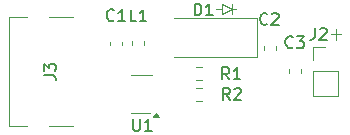
<source format=gbr>
%TF.GenerationSoftware,KiCad,Pcbnew,8.0.8*%
%TF.CreationDate,2025-02-05T16:41:29+08:00*%
%TF.ProjectId,5V24VBoostUp(USBC),35563234-5642-46f6-9f73-745570285553,rev?*%
%TF.SameCoordinates,Original*%
%TF.FileFunction,Legend,Top*%
%TF.FilePolarity,Positive*%
%FSLAX46Y46*%
G04 Gerber Fmt 4.6, Leading zero omitted, Abs format (unit mm)*
G04 Created by KiCad (PCBNEW 8.0.8) date 2025-02-05 16:41:29*
%MOMM*%
%LPD*%
G01*
G04 APERTURE LIST*
%ADD10C,0.100000*%
%ADD11C,0.150000*%
%ADD12C,0.120000*%
G04 APERTURE END LIST*
D10*
X127381000Y-88290400D02*
X128244600Y-87909400D01*
X127381000Y-87477600D02*
X127381000Y-88290400D01*
X137080625Y-89547700D02*
X137080625Y-90487500D01*
X136652000Y-90017600D02*
X137509250Y-90017600D01*
X128244600Y-87452200D02*
X128244600Y-87909400D01*
X128244600Y-88315800D02*
X128244600Y-87909400D01*
X128244600Y-87909400D02*
X127381000Y-87477600D01*
X127381000Y-87884000D02*
X126923800Y-87884000D01*
X128244600Y-87909400D02*
X128600200Y-87909400D01*
D11*
X119888095Y-97194019D02*
X119888095Y-98003542D01*
X119888095Y-98003542D02*
X119935714Y-98098780D01*
X119935714Y-98098780D02*
X119983333Y-98146400D01*
X119983333Y-98146400D02*
X120078571Y-98194019D01*
X120078571Y-98194019D02*
X120269047Y-98194019D01*
X120269047Y-98194019D02*
X120364285Y-98146400D01*
X120364285Y-98146400D02*
X120411904Y-98098780D01*
X120411904Y-98098780D02*
X120459523Y-98003542D01*
X120459523Y-98003542D02*
X120459523Y-97194019D01*
X121459523Y-98194019D02*
X120888095Y-98194019D01*
X121173809Y-98194019D02*
X121173809Y-97194019D01*
X121173809Y-97194019D02*
X121078571Y-97336876D01*
X121078571Y-97336876D02*
X120983333Y-97432114D01*
X120983333Y-97432114D02*
X120888095Y-97479733D01*
X128027133Y-93825219D02*
X127693800Y-93349028D01*
X127455705Y-93825219D02*
X127455705Y-92825219D01*
X127455705Y-92825219D02*
X127836657Y-92825219D01*
X127836657Y-92825219D02*
X127931895Y-92872838D01*
X127931895Y-92872838D02*
X127979514Y-92920457D01*
X127979514Y-92920457D02*
X128027133Y-93015695D01*
X128027133Y-93015695D02*
X128027133Y-93158552D01*
X128027133Y-93158552D02*
X127979514Y-93253790D01*
X127979514Y-93253790D02*
X127931895Y-93301409D01*
X127931895Y-93301409D02*
X127836657Y-93349028D01*
X127836657Y-93349028D02*
X127455705Y-93349028D01*
X128979514Y-93825219D02*
X128408086Y-93825219D01*
X128693800Y-93825219D02*
X128693800Y-92825219D01*
X128693800Y-92825219D02*
X128598562Y-92968076D01*
X128598562Y-92968076D02*
X128503324Y-93063314D01*
X128503324Y-93063314D02*
X128408086Y-93110933D01*
X131252933Y-89131480D02*
X131205314Y-89179100D01*
X131205314Y-89179100D02*
X131062457Y-89226719D01*
X131062457Y-89226719D02*
X130967219Y-89226719D01*
X130967219Y-89226719D02*
X130824362Y-89179100D01*
X130824362Y-89179100D02*
X130729124Y-89083861D01*
X130729124Y-89083861D02*
X130681505Y-88988623D01*
X130681505Y-88988623D02*
X130633886Y-88798147D01*
X130633886Y-88798147D02*
X130633886Y-88655290D01*
X130633886Y-88655290D02*
X130681505Y-88464814D01*
X130681505Y-88464814D02*
X130729124Y-88369576D01*
X130729124Y-88369576D02*
X130824362Y-88274338D01*
X130824362Y-88274338D02*
X130967219Y-88226719D01*
X130967219Y-88226719D02*
X131062457Y-88226719D01*
X131062457Y-88226719D02*
X131205314Y-88274338D01*
X131205314Y-88274338D02*
X131252933Y-88321957D01*
X131633886Y-88321957D02*
X131681505Y-88274338D01*
X131681505Y-88274338D02*
X131776743Y-88226719D01*
X131776743Y-88226719D02*
X132014838Y-88226719D01*
X132014838Y-88226719D02*
X132110076Y-88274338D01*
X132110076Y-88274338D02*
X132157695Y-88321957D01*
X132157695Y-88321957D02*
X132205314Y-88417195D01*
X132205314Y-88417195D02*
X132205314Y-88512433D01*
X132205314Y-88512433D02*
X132157695Y-88655290D01*
X132157695Y-88655290D02*
X131586267Y-89226719D01*
X131586267Y-89226719D02*
X132205314Y-89226719D01*
X112352819Y-93496533D02*
X113067104Y-93496533D01*
X113067104Y-93496533D02*
X113209961Y-93544152D01*
X113209961Y-93544152D02*
X113305200Y-93639390D01*
X113305200Y-93639390D02*
X113352819Y-93782247D01*
X113352819Y-93782247D02*
X113352819Y-93877485D01*
X112352819Y-93115580D02*
X112352819Y-92496533D01*
X112352819Y-92496533D02*
X112733771Y-92829866D01*
X112733771Y-92829866D02*
X112733771Y-92687009D01*
X112733771Y-92687009D02*
X112781390Y-92591771D01*
X112781390Y-92591771D02*
X112829009Y-92544152D01*
X112829009Y-92544152D02*
X112924247Y-92496533D01*
X112924247Y-92496533D02*
X113162342Y-92496533D01*
X113162342Y-92496533D02*
X113257580Y-92544152D01*
X113257580Y-92544152D02*
X113305200Y-92591771D01*
X113305200Y-92591771D02*
X113352819Y-92687009D01*
X113352819Y-92687009D02*
X113352819Y-92972723D01*
X113352819Y-92972723D02*
X113305200Y-93067961D01*
X113305200Y-93067961D02*
X113257580Y-93115580D01*
X135277266Y-89497819D02*
X135277266Y-90212104D01*
X135277266Y-90212104D02*
X135229647Y-90354961D01*
X135229647Y-90354961D02*
X135134409Y-90450200D01*
X135134409Y-90450200D02*
X134991552Y-90497819D01*
X134991552Y-90497819D02*
X134896314Y-90497819D01*
X135705838Y-89593057D02*
X135753457Y-89545438D01*
X135753457Y-89545438D02*
X135848695Y-89497819D01*
X135848695Y-89497819D02*
X136086790Y-89497819D01*
X136086790Y-89497819D02*
X136182028Y-89545438D01*
X136182028Y-89545438D02*
X136229647Y-89593057D01*
X136229647Y-89593057D02*
X136277266Y-89688295D01*
X136277266Y-89688295D02*
X136277266Y-89783533D01*
X136277266Y-89783533D02*
X136229647Y-89926390D01*
X136229647Y-89926390D02*
X135658219Y-90497819D01*
X135658219Y-90497819D02*
X136277266Y-90497819D01*
X133411933Y-91088380D02*
X133364314Y-91136000D01*
X133364314Y-91136000D02*
X133221457Y-91183619D01*
X133221457Y-91183619D02*
X133126219Y-91183619D01*
X133126219Y-91183619D02*
X132983362Y-91136000D01*
X132983362Y-91136000D02*
X132888124Y-91040761D01*
X132888124Y-91040761D02*
X132840505Y-90945523D01*
X132840505Y-90945523D02*
X132792886Y-90755047D01*
X132792886Y-90755047D02*
X132792886Y-90612190D01*
X132792886Y-90612190D02*
X132840505Y-90421714D01*
X132840505Y-90421714D02*
X132888124Y-90326476D01*
X132888124Y-90326476D02*
X132983362Y-90231238D01*
X132983362Y-90231238D02*
X133126219Y-90183619D01*
X133126219Y-90183619D02*
X133221457Y-90183619D01*
X133221457Y-90183619D02*
X133364314Y-90231238D01*
X133364314Y-90231238D02*
X133411933Y-90278857D01*
X133745267Y-90183619D02*
X134364314Y-90183619D01*
X134364314Y-90183619D02*
X134030981Y-90564571D01*
X134030981Y-90564571D02*
X134173838Y-90564571D01*
X134173838Y-90564571D02*
X134269076Y-90612190D01*
X134269076Y-90612190D02*
X134316695Y-90659809D01*
X134316695Y-90659809D02*
X134364314Y-90755047D01*
X134364314Y-90755047D02*
X134364314Y-90993142D01*
X134364314Y-90993142D02*
X134316695Y-91088380D01*
X134316695Y-91088380D02*
X134269076Y-91136000D01*
X134269076Y-91136000D02*
X134173838Y-91183619D01*
X134173838Y-91183619D02*
X133888124Y-91183619D01*
X133888124Y-91183619D02*
X133792886Y-91136000D01*
X133792886Y-91136000D02*
X133745267Y-91088380D01*
X118273533Y-88802380D02*
X118225914Y-88850000D01*
X118225914Y-88850000D02*
X118083057Y-88897619D01*
X118083057Y-88897619D02*
X117987819Y-88897619D01*
X117987819Y-88897619D02*
X117844962Y-88850000D01*
X117844962Y-88850000D02*
X117749724Y-88754761D01*
X117749724Y-88754761D02*
X117702105Y-88659523D01*
X117702105Y-88659523D02*
X117654486Y-88469047D01*
X117654486Y-88469047D02*
X117654486Y-88326190D01*
X117654486Y-88326190D02*
X117702105Y-88135714D01*
X117702105Y-88135714D02*
X117749724Y-88040476D01*
X117749724Y-88040476D02*
X117844962Y-87945238D01*
X117844962Y-87945238D02*
X117987819Y-87897619D01*
X117987819Y-87897619D02*
X118083057Y-87897619D01*
X118083057Y-87897619D02*
X118225914Y-87945238D01*
X118225914Y-87945238D02*
X118273533Y-87992857D01*
X119225914Y-88897619D02*
X118654486Y-88897619D01*
X118940200Y-88897619D02*
X118940200Y-87897619D01*
X118940200Y-87897619D02*
X118844962Y-88040476D01*
X118844962Y-88040476D02*
X118749724Y-88135714D01*
X118749724Y-88135714D02*
X118654486Y-88183333D01*
X125093505Y-88415019D02*
X125093505Y-87415019D01*
X125093505Y-87415019D02*
X125331600Y-87415019D01*
X125331600Y-87415019D02*
X125474457Y-87462638D01*
X125474457Y-87462638D02*
X125569695Y-87557876D01*
X125569695Y-87557876D02*
X125617314Y-87653114D01*
X125617314Y-87653114D02*
X125664933Y-87843590D01*
X125664933Y-87843590D02*
X125664933Y-87986447D01*
X125664933Y-87986447D02*
X125617314Y-88176923D01*
X125617314Y-88176923D02*
X125569695Y-88272161D01*
X125569695Y-88272161D02*
X125474457Y-88367400D01*
X125474457Y-88367400D02*
X125331600Y-88415019D01*
X125331600Y-88415019D02*
X125093505Y-88415019D01*
X126617314Y-88415019D02*
X126045886Y-88415019D01*
X126331600Y-88415019D02*
X126331600Y-87415019D01*
X126331600Y-87415019D02*
X126236362Y-87557876D01*
X126236362Y-87557876D02*
X126141124Y-87653114D01*
X126141124Y-87653114D02*
X126045886Y-87700733D01*
X120153133Y-88923019D02*
X119676943Y-88923019D01*
X119676943Y-88923019D02*
X119676943Y-87923019D01*
X121010276Y-88923019D02*
X120438848Y-88923019D01*
X120724562Y-88923019D02*
X120724562Y-87923019D01*
X120724562Y-87923019D02*
X120629324Y-88065876D01*
X120629324Y-88065876D02*
X120534086Y-88161114D01*
X120534086Y-88161114D02*
X120438848Y-88208733D01*
X128077933Y-95577819D02*
X127744600Y-95101628D01*
X127506505Y-95577819D02*
X127506505Y-94577819D01*
X127506505Y-94577819D02*
X127887457Y-94577819D01*
X127887457Y-94577819D02*
X127982695Y-94625438D01*
X127982695Y-94625438D02*
X128030314Y-94673057D01*
X128030314Y-94673057D02*
X128077933Y-94768295D01*
X128077933Y-94768295D02*
X128077933Y-94911152D01*
X128077933Y-94911152D02*
X128030314Y-95006390D01*
X128030314Y-95006390D02*
X127982695Y-95054009D01*
X127982695Y-95054009D02*
X127887457Y-95101628D01*
X127887457Y-95101628D02*
X127506505Y-95101628D01*
X128458886Y-94673057D02*
X128506505Y-94625438D01*
X128506505Y-94625438D02*
X128601743Y-94577819D01*
X128601743Y-94577819D02*
X128839838Y-94577819D01*
X128839838Y-94577819D02*
X128935076Y-94625438D01*
X128935076Y-94625438D02*
X128982695Y-94673057D01*
X128982695Y-94673057D02*
X129030314Y-94768295D01*
X129030314Y-94768295D02*
X129030314Y-94863533D01*
X129030314Y-94863533D02*
X128982695Y-95006390D01*
X128982695Y-95006390D02*
X128411267Y-95577819D01*
X128411267Y-95577819D02*
X129030314Y-95577819D01*
D12*
%TO.C,U1*%
X120520800Y-96717800D02*
X119720800Y-96717800D01*
X120520800Y-96717800D02*
X121320800Y-96717800D01*
X121520800Y-93497800D02*
X119720800Y-93497800D01*
X122060800Y-96997800D02*
X121580800Y-96997800D01*
X121820800Y-96667800D01*
X122060800Y-96997800D01*
G36*
X122060800Y-96997800D02*
G01*
X121580800Y-96997800D01*
X121820800Y-96667800D01*
X122060800Y-96997800D01*
G37*
%TO.C,R1*%
X125246676Y-92822500D02*
X125756124Y-92822500D01*
X125246676Y-93867500D02*
X125756124Y-93867500D01*
%TO.C,C2*%
X130960400Y-91038633D02*
X130960400Y-91331167D01*
X131980400Y-91038633D02*
X131980400Y-91331167D01*
%TO.C,J3*%
X109388000Y-88583200D02*
X109388000Y-97743200D01*
X110898000Y-88583200D02*
X109388000Y-88583200D01*
X110898000Y-97743200D02*
X109388000Y-97743200D01*
X114798000Y-88583200D02*
X112798000Y-88583200D01*
X114798000Y-97743200D02*
X112798000Y-97743200D01*
%TO.C,J2*%
X135109400Y-91091200D02*
X136169400Y-91091200D01*
X135109400Y-92151200D02*
X135109400Y-91091200D01*
X135109400Y-93151200D02*
X135109400Y-95211200D01*
X135109400Y-93151200D02*
X137229400Y-93151200D01*
X135109400Y-95211200D02*
X137229400Y-95211200D01*
X137229400Y-93151200D02*
X137229400Y-95211200D01*
%TO.C,C3*%
X133119400Y-92995533D02*
X133119400Y-93288067D01*
X134139400Y-92995533D02*
X134139400Y-93288067D01*
%TO.C,C1*%
X117930200Y-90924767D02*
X117930200Y-90632233D01*
X118950200Y-90924767D02*
X118950200Y-90632233D01*
%TO.C,D1*%
X130341600Y-88672400D02*
X123331600Y-88672400D01*
X130341600Y-91972400D02*
X123331600Y-91972400D01*
X130341600Y-91972400D02*
X130341600Y-88672400D01*
%TO.C,L1*%
X119759000Y-90950867D02*
X119759000Y-90608333D01*
X120779000Y-90950867D02*
X120779000Y-90608333D01*
%TO.C,R2*%
X125756124Y-94600500D02*
X125246676Y-94600500D01*
X125756124Y-95645500D02*
X125246676Y-95645500D01*
%TD*%
M02*

</source>
